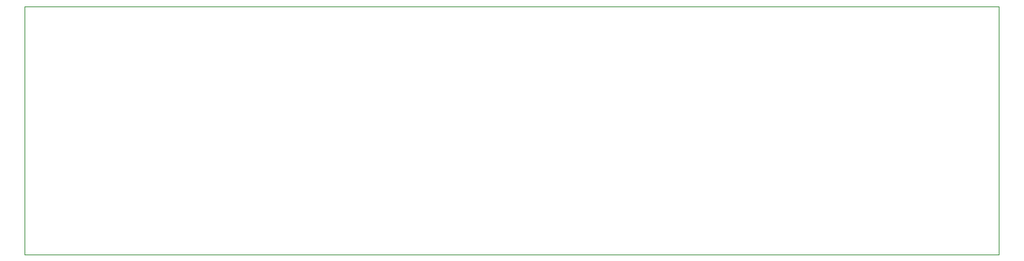
<source format=gbr>
%TF.FileFunction,Profile,NP*%
%FSLAX46Y46*%
G04 Gerber Fmt 4.6, Leading zero omitted, Abs format (unit mm)*
G04 Created by KiCad (PCBNEW (2015-01-30 BZR 5397)-product) date 2015-02-25 23:45:21*
%MOMM*%
G01*
G04 APERTURE LIST*
%ADD10C,0.050800*%
%ADD11C,0.100000*%
G04 APERTURE END LIST*
D10*
D11*
X0Y-29210000D02*
X0Y0D01*
X114300000Y-29210000D02*
X0Y-29210000D01*
X114300000Y0D02*
X114300000Y-29210000D01*
X114300000Y0D02*
X0Y0D01*
M02*

</source>
